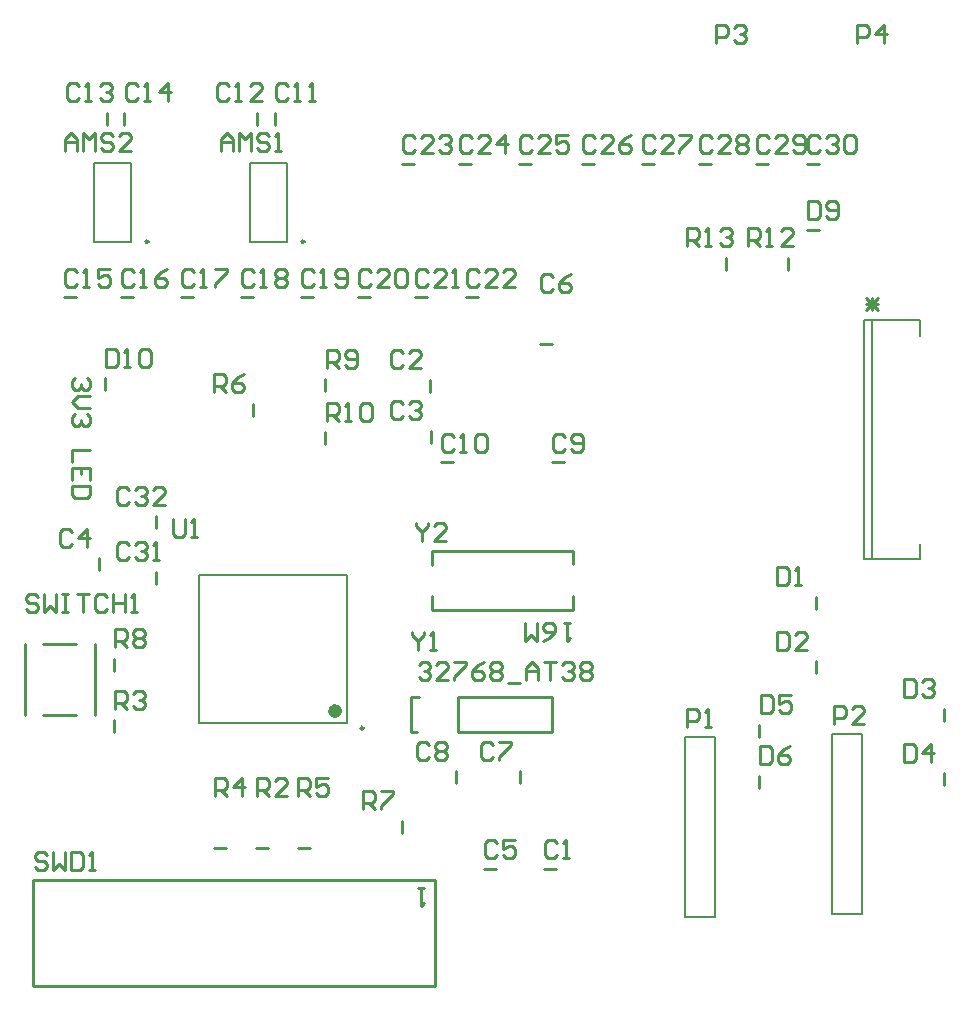
<source format=gto>
G04*
G04 #@! TF.GenerationSoftware,Altium Limited,Altium Designer,21.8.1 (53)*
G04*
G04 Layer_Color=65535*
%FSLAX25Y25*%
%MOIN*%
G70*
G04*
G04 #@! TF.SameCoordinates,6B1BD33C-14DF-4FC0-A095-B567C4E17EB1*
G04*
G04*
G04 #@! TF.FilePolarity,Positive*
G04*
G01*
G75*
%ADD10C,0.00984*%
%ADD11C,0.02362*%
%ADD12C,0.01000*%
%ADD13C,0.00787*%
D10*
X267216Y262846D02*
G03*
X267216Y262846I-492J0D01*
G01*
X247508Y425008D02*
G03*
X247508Y425008I-492J0D01*
G01*
X195508D02*
G03*
X195508Y425008I-492J0D01*
G01*
D11*
X258850Y268555D02*
G03*
X258850Y268555I-1181J0D01*
G01*
D12*
X388020Y415638D02*
Y419638D01*
X408520Y415638D02*
Y419638D01*
X181000Y375500D02*
Y379500D01*
X415000Y429020D02*
X419000D01*
X399000Y260000D02*
Y264000D01*
Y243000D02*
Y247000D01*
X460520Y243778D02*
Y247778D01*
Y265333D02*
Y269333D01*
X179020Y315500D02*
Y319500D01*
X160500Y267189D02*
X171500D01*
X160500Y290811D02*
X171500D01*
X154189Y267189D02*
Y290811D01*
X177811Y267189D02*
Y290811D01*
X280000Y228000D02*
Y232000D01*
X157071Y176784D02*
X290929D01*
X157071Y212216D02*
X290929D01*
Y176784D02*
Y212216D01*
X157071Y176784D02*
Y212216D01*
X254356Y357500D02*
Y361500D01*
Y375250D02*
Y379250D01*
X245263Y223000D02*
X249263D01*
X217500D02*
X221500D01*
X231381D02*
X235381D01*
X184000Y261500D02*
Y265500D01*
X293000Y351520D02*
X297000D01*
X327500Y216020D02*
X331500D01*
X298020Y244500D02*
Y248500D01*
X319500Y244500D02*
Y248500D01*
X330000Y351520D02*
X334000D01*
X307500Y216020D02*
X311500D01*
X298504Y261595D02*
Y273406D01*
Y261595D02*
X330000D01*
X298504Y273406D02*
X330000D01*
Y261595D02*
Y273406D01*
X283004Y261595D02*
Y273406D01*
Y261595D02*
X285004D01*
X283004Y273406D02*
X285504D01*
X326000Y391000D02*
X330000D01*
X337122Y317622D02*
Y321843D01*
Y302157D02*
Y306878D01*
X289878Y317122D02*
Y321843D01*
Y302157D02*
Y306878D01*
Y321843D02*
X337122D01*
X289878Y302157D02*
X337122D01*
X230500Y367000D02*
Y371000D01*
X289500Y375000D02*
Y379000D01*
X198000Y329500D02*
Y333500D01*
Y311000D02*
Y315000D01*
X289520Y358000D02*
Y362000D01*
X183980Y282000D02*
Y286000D01*
X231605Y464000D02*
Y468000D01*
X237504Y464000D02*
Y468000D01*
X301500Y406500D02*
X305500D01*
X284500D02*
X288500D01*
X265500D02*
X269500D01*
X246500D02*
X250500D01*
X226500D02*
X230500D01*
X206500D02*
X210500D01*
X186500D02*
X190500D01*
X167500D02*
X171500D01*
X187418Y464000D02*
Y468000D01*
X181520Y464000D02*
Y468000D01*
X415000Y451000D02*
X419000D01*
X398000D02*
X402000D01*
X379000D02*
X383000D01*
X360000D02*
X364000D01*
X340000D02*
X344000D01*
X319000D02*
X323000D01*
X299000D02*
X303000D01*
X280000D02*
X284000D01*
X418020Y281167D02*
Y285167D01*
Y302722D02*
Y306722D01*
X431800Y491200D02*
Y497198D01*
X434799D01*
X435799Y496198D01*
Y494199D01*
X434799Y493199D01*
X431800D01*
X440797Y491200D02*
Y497198D01*
X437798Y494199D01*
X441797D01*
X384800Y491200D02*
Y497198D01*
X387799D01*
X388799Y496198D01*
Y494199D01*
X387799Y493199D01*
X384800D01*
X390798Y496198D02*
X391798Y497198D01*
X393797D01*
X394797Y496198D01*
Y495199D01*
X393797Y494199D01*
X392797D01*
X393797D01*
X394797Y493199D01*
Y492200D01*
X393797Y491200D01*
X391798D01*
X390798Y492200D01*
X374900Y423438D02*
Y429436D01*
X377899D01*
X378899Y428436D01*
Y426437D01*
X377899Y425437D01*
X374900D01*
X376899D02*
X378899Y423438D01*
X380898D02*
X382897D01*
X381898D01*
Y429436D01*
X380898Y428436D01*
X385896D02*
X386896Y429436D01*
X388896D01*
X389895Y428436D01*
Y427436D01*
X388896Y426437D01*
X387896D01*
X388896D01*
X389895Y425437D01*
Y424438D01*
X388896Y423438D01*
X386896D01*
X385896Y424438D01*
X395400Y423438D02*
Y429436D01*
X398399D01*
X399399Y428436D01*
Y426437D01*
X398399Y425437D01*
X395400D01*
X397399D02*
X399399Y423438D01*
X401398D02*
X403397D01*
X402398D01*
Y429436D01*
X401398Y428436D01*
X410395Y423438D02*
X406396D01*
X410395Y427436D01*
Y428436D01*
X409396Y429436D01*
X407396D01*
X406396Y428436D01*
X174998Y379500D02*
X175998Y378500D01*
Y376501D01*
X174998Y375501D01*
X173999D01*
X172999Y376501D01*
Y377501D01*
Y376501D01*
X171999Y375501D01*
X171000D01*
X170000Y376501D01*
Y378500D01*
X171000Y379500D01*
X175998Y373502D02*
X171999D01*
X170000Y371503D01*
X171999Y369503D01*
X175998D01*
X174998Y367504D02*
X175998Y366504D01*
Y364505D01*
X174998Y363505D01*
X173999D01*
X172999Y364505D01*
Y365505D01*
Y364505D01*
X171999Y363505D01*
X171000D01*
X170000Y364505D01*
Y366504D01*
X171000Y367504D01*
X175998Y355508D02*
X170000D01*
Y351509D01*
X175998Y345511D02*
Y349510D01*
X170000D01*
Y345511D01*
X172999Y349510D02*
Y347510D01*
X175998Y343512D02*
X170000D01*
Y340513D01*
X171000Y339513D01*
X174998D01*
X175998Y340513D01*
Y343512D01*
X181500Y389298D02*
Y383300D01*
X184499D01*
X185499Y384300D01*
Y388298D01*
X184499Y389298D01*
X181500D01*
X187498Y383300D02*
X189497D01*
X188498D01*
Y389298D01*
X187498Y388298D01*
X192496D02*
X193496Y389298D01*
X195495D01*
X196495Y388298D01*
Y384300D01*
X195495Y383300D01*
X193496D01*
X192496Y384300D01*
Y388298D01*
X415200Y438498D02*
Y432500D01*
X418199D01*
X419199Y433500D01*
Y437498D01*
X418199Y438498D01*
X415200D01*
X421198Y433500D02*
X422198Y432500D01*
X424197D01*
X425197Y433500D01*
Y437498D01*
X424197Y438498D01*
X422198D01*
X421198Y437498D01*
Y436499D01*
X422198Y435499D01*
X425197D01*
X203600Y332598D02*
Y327600D01*
X204600Y326600D01*
X206599D01*
X207599Y327600D01*
Y332598D01*
X209598Y326600D02*
X211597D01*
X210598D01*
Y332598D01*
X209598Y331598D01*
X434700Y406198D02*
X438699Y402200D01*
X434700D02*
X438699Y406198D01*
X434700Y404199D02*
X438699D01*
X436699Y402200D02*
Y406198D01*
X399520Y273798D02*
Y267800D01*
X402519D01*
X403518Y268800D01*
Y272798D01*
X402519Y273798D01*
X399520D01*
X409516D02*
X405518D01*
Y270799D01*
X407517Y271799D01*
X408517D01*
X409516Y270799D01*
Y268800D01*
X408517Y267800D01*
X406517D01*
X405518Y268800D01*
X399500Y256798D02*
Y250800D01*
X402499D01*
X403499Y251800D01*
Y255798D01*
X402499Y256798D01*
X399500D01*
X409497D02*
X407497Y255798D01*
X405498Y253799D01*
Y251800D01*
X406498Y250800D01*
X408497D01*
X409497Y251800D01*
Y252799D01*
X408497Y253799D01*
X405498D01*
X447400Y257498D02*
Y251500D01*
X450399D01*
X451399Y252500D01*
Y256498D01*
X450399Y257498D01*
X447400D01*
X456397Y251500D02*
Y257498D01*
X453398Y254499D01*
X457397D01*
X447400Y279098D02*
Y273100D01*
X450399D01*
X451399Y274100D01*
Y278098D01*
X450399Y279098D01*
X447400D01*
X453398Y278098D02*
X454398Y279098D01*
X456397D01*
X457397Y278098D01*
Y277099D01*
X456397Y276099D01*
X455397D01*
X456397D01*
X457397Y275099D01*
Y274100D01*
X456397Y273100D01*
X454398D01*
X453398Y274100D01*
X169899Y328298D02*
X168899Y329298D01*
X166900D01*
X165900Y328298D01*
Y324300D01*
X166900Y323300D01*
X168899D01*
X169899Y324300D01*
X174897Y323300D02*
Y329298D01*
X171898Y326299D01*
X175897D01*
X158699Y306498D02*
X157699Y307498D01*
X155700D01*
X154700Y306498D01*
Y305499D01*
X155700Y304499D01*
X157699D01*
X158699Y303499D01*
Y302500D01*
X157699Y301500D01*
X155700D01*
X154700Y302500D01*
X160698Y307498D02*
Y301500D01*
X162697Y303499D01*
X164697Y301500D01*
Y307498D01*
X166696D02*
X168695D01*
X167696D01*
Y301500D01*
X166696D01*
X168695D01*
X171695Y307498D02*
X175693D01*
X173694D01*
Y301500D01*
X181691Y306498D02*
X180692Y307498D01*
X178692D01*
X177693Y306498D01*
Y302500D01*
X178692Y301500D01*
X180692D01*
X181691Y302500D01*
X183691Y307498D02*
Y301500D01*
Y304499D01*
X187689D01*
Y307498D01*
Y301500D01*
X189689D02*
X191688D01*
X190688D01*
Y307498D01*
X189689Y306498D01*
X266900Y235800D02*
Y241798D01*
X269899D01*
X270899Y240798D01*
Y238799D01*
X269899Y237799D01*
X266900D01*
X268899D02*
X270899Y235800D01*
X272898Y241798D02*
X276897D01*
Y240798D01*
X272898Y236800D01*
Y235800D01*
X161599Y220698D02*
X160599Y221698D01*
X158600D01*
X157600Y220698D01*
Y219699D01*
X158600Y218699D01*
X160599D01*
X161599Y217699D01*
Y216700D01*
X160599Y215700D01*
X158600D01*
X157600Y216700D01*
X163598Y221698D02*
Y215700D01*
X165597Y217699D01*
X167597Y215700D01*
Y221698D01*
X169596D02*
Y215700D01*
X172595D01*
X173595Y216700D01*
Y220698D01*
X172595Y221698D01*
X169596D01*
X175594Y215700D02*
X177594D01*
X176594D01*
Y221698D01*
X175594Y220698D01*
X287500Y209500D02*
X285501D01*
X286500D01*
Y203502D01*
X287500Y204502D01*
X245500Y240100D02*
Y246098D01*
X248499D01*
X249499Y245098D01*
Y243099D01*
X248499Y242099D01*
X245500D01*
X247499D02*
X249499Y240100D01*
X255497Y246098D02*
X251498D01*
Y243099D01*
X253497Y244099D01*
X254497D01*
X255497Y243099D01*
Y241100D01*
X254497Y240100D01*
X252498D01*
X251498Y241100D01*
X217700Y240100D02*
Y246098D01*
X220699D01*
X221699Y245098D01*
Y243099D01*
X220699Y242099D01*
X217700D01*
X219699D02*
X221699Y240100D01*
X226697D02*
Y246098D01*
X223698Y243099D01*
X227697D01*
X231600Y240100D02*
Y246098D01*
X234599D01*
X235599Y245098D01*
Y243099D01*
X234599Y242099D01*
X231600D01*
X233599D02*
X235599Y240100D01*
X241597D02*
X237598D01*
X241597Y244099D01*
Y245098D01*
X240597Y246098D01*
X238598D01*
X237598Y245098D01*
X184500Y269300D02*
Y275298D01*
X187499D01*
X188499Y274298D01*
Y272299D01*
X187499Y271299D01*
X184500D01*
X186499D02*
X188499Y269300D01*
X190498Y274298D02*
X191498Y275298D01*
X193497D01*
X194497Y274298D01*
Y273299D01*
X193497Y272299D01*
X192497D01*
X193497D01*
X194497Y271299D01*
Y270300D01*
X193497Y269300D01*
X191498D01*
X190498Y270300D01*
X297199Y359998D02*
X296199Y360998D01*
X294200D01*
X293200Y359998D01*
Y356000D01*
X294200Y355000D01*
X296199D01*
X297199Y356000D01*
X299198Y355000D02*
X301197D01*
X300198D01*
Y360998D01*
X299198Y359998D01*
X304196D02*
X305196Y360998D01*
X307195D01*
X308195Y359998D01*
Y356000D01*
X307195Y355000D01*
X305196D01*
X304196Y356000D01*
Y359998D01*
X334199D02*
X333199Y360998D01*
X331200D01*
X330200Y359998D01*
Y356000D01*
X331200Y355000D01*
X333199D01*
X334199Y356000D01*
X336198D02*
X337198Y355000D01*
X339197D01*
X340197Y356000D01*
Y359998D01*
X339197Y360998D01*
X337198D01*
X336198Y359998D01*
Y358999D01*
X337198Y357999D01*
X340197D01*
X331699Y224498D02*
X330699Y225498D01*
X328700D01*
X327700Y224498D01*
Y220500D01*
X328700Y219500D01*
X330699D01*
X331699Y220500D01*
X333698Y219500D02*
X335697D01*
X334698D01*
Y225498D01*
X333698Y224498D01*
X288899Y257298D02*
X287899Y258298D01*
X285900D01*
X284900Y257298D01*
Y253300D01*
X285900Y252300D01*
X287899D01*
X288899Y253300D01*
X290898Y257298D02*
X291898Y258298D01*
X293897D01*
X294897Y257298D01*
Y256299D01*
X293897Y255299D01*
X294897Y254299D01*
Y253300D01*
X293897Y252300D01*
X291898D01*
X290898Y253300D01*
Y254299D01*
X291898Y255299D01*
X290898Y256299D01*
Y257298D01*
X291898Y255299D02*
X293897D01*
X310399Y257298D02*
X309399Y258298D01*
X307400D01*
X306400Y257298D01*
Y253300D01*
X307400Y252300D01*
X309399D01*
X310399Y253300D01*
X312398Y258298D02*
X316397D01*
Y257298D01*
X312398Y253300D01*
Y252300D01*
X311699Y224498D02*
X310699Y225498D01*
X308700D01*
X307700Y224498D01*
Y220500D01*
X308700Y219500D01*
X310699D01*
X311699Y220500D01*
X317697Y225498D02*
X313698D01*
Y222499D01*
X315697Y223499D01*
X316697D01*
X317697Y222499D01*
Y220500D01*
X316697Y219500D01*
X314698D01*
X313698Y220500D01*
X283500Y294998D02*
Y293998D01*
X285499Y291999D01*
X287499Y293998D01*
Y294998D01*
X285499Y291999D02*
Y289000D01*
X289498D02*
X291497D01*
X290498D01*
Y294998D01*
X289498Y293998D01*
X285504Y283998D02*
X286504Y284998D01*
X288503D01*
X289503Y283998D01*
Y282998D01*
X288503Y281999D01*
X287503D01*
X288503D01*
X289503Y280999D01*
Y279999D01*
X288503Y279000D01*
X286504D01*
X285504Y279999D01*
X295501Y279000D02*
X291502D01*
X295501Y282998D01*
Y283998D01*
X294501Y284998D01*
X292502D01*
X291502Y283998D01*
X297500Y284998D02*
X301499D01*
Y283998D01*
X297500Y279999D01*
Y279000D01*
X307497Y284998D02*
X305498Y283998D01*
X303498Y281999D01*
Y279999D01*
X304498Y279000D01*
X306497D01*
X307497Y279999D01*
Y280999D01*
X306497Y281999D01*
X303498D01*
X309496Y283998D02*
X310496Y284998D01*
X312495D01*
X313495Y283998D01*
Y282998D01*
X312495Y281999D01*
X313495Y280999D01*
Y279999D01*
X312495Y279000D01*
X310496D01*
X309496Y279999D01*
Y280999D01*
X310496Y281999D01*
X309496Y282998D01*
Y283998D01*
X310496Y281999D02*
X312495D01*
X315494Y278000D02*
X319493D01*
X321492Y279000D02*
Y282998D01*
X323492Y284998D01*
X325491Y282998D01*
Y279000D01*
Y281999D01*
X321492D01*
X327490Y284998D02*
X331489D01*
X329490D01*
Y279000D01*
X333488Y283998D02*
X334488Y284998D01*
X336487D01*
X337487Y283998D01*
Y282998D01*
X336487Y281999D01*
X335488D01*
X336487D01*
X337487Y280999D01*
Y279999D01*
X336487Y279000D01*
X334488D01*
X333488Y279999D01*
X339487Y283998D02*
X340486Y284998D01*
X342485D01*
X343485Y283998D01*
Y282998D01*
X342485Y281999D01*
X343485Y280999D01*
Y279999D01*
X342485Y279000D01*
X340486D01*
X339487Y279999D01*
Y280999D01*
X340486Y281999D01*
X339487Y282998D01*
Y283998D01*
X340486Y281999D02*
X342485D01*
X330199Y413098D02*
X329199Y414098D01*
X327200D01*
X326200Y413098D01*
Y409100D01*
X327200Y408100D01*
X329199D01*
X330199Y409100D01*
X336197Y414098D02*
X334197Y413098D01*
X332198Y411099D01*
Y409100D01*
X333198Y408100D01*
X335197D01*
X336197Y409100D01*
Y410099D01*
X335197Y411099D01*
X332198D01*
X284600Y331298D02*
Y330298D01*
X286599Y328299D01*
X288599Y330298D01*
Y331298D01*
X286599Y328299D02*
Y325300D01*
X294597D02*
X290598D01*
X294597Y329299D01*
Y330298D01*
X293597Y331298D01*
X291598D01*
X290598Y330298D01*
X336000Y298000D02*
X334001D01*
X335000D01*
Y292002D01*
X336000Y293002D01*
X327003Y292002D02*
X329002Y293002D01*
X331002Y295001D01*
Y297000D01*
X330002Y298000D01*
X328003D01*
X327003Y297000D01*
Y296001D01*
X328003Y295001D01*
X331002D01*
X325004Y298000D02*
Y292002D01*
X323004Y294001D01*
X321005Y292002D01*
Y298000D01*
X217400Y374800D02*
Y380798D01*
X220399D01*
X221399Y379798D01*
Y377799D01*
X220399Y376799D01*
X217400D01*
X219399D02*
X221399Y374800D01*
X227397Y380798D02*
X225397Y379798D01*
X223398Y377799D01*
Y375800D01*
X224398Y374800D01*
X226397D01*
X227397Y375800D01*
Y376799D01*
X226397Y377799D01*
X223398D01*
X280399Y387798D02*
X279399Y388798D01*
X277400D01*
X276400Y387798D01*
Y383800D01*
X277400Y382800D01*
X279399D01*
X280399Y383800D01*
X286397Y382800D02*
X282398D01*
X286397Y386799D01*
Y387798D01*
X285397Y388798D01*
X283398D01*
X282398Y387798D01*
X188899Y342298D02*
X187899Y343298D01*
X185900D01*
X184900Y342298D01*
Y338300D01*
X185900Y337300D01*
X187899D01*
X188899Y338300D01*
X190898Y342298D02*
X191898Y343298D01*
X193897D01*
X194897Y342298D01*
Y341299D01*
X193897Y340299D01*
X192897D01*
X193897D01*
X194897Y339299D01*
Y338300D01*
X193897Y337300D01*
X191898D01*
X190898Y338300D01*
X200895Y337300D02*
X196896D01*
X200895Y341299D01*
Y342298D01*
X199895Y343298D01*
X197896D01*
X196896Y342298D01*
X188899Y323798D02*
X187899Y324798D01*
X185900D01*
X184900Y323798D01*
Y319800D01*
X185900Y318800D01*
X187899D01*
X188899Y319800D01*
X190898Y323798D02*
X191898Y324798D01*
X193897D01*
X194897Y323798D01*
Y322799D01*
X193897Y321799D01*
X192897D01*
X193897D01*
X194897Y320799D01*
Y319800D01*
X193897Y318800D01*
X191898D01*
X190898Y319800D01*
X196896Y318800D02*
X198896D01*
X197896D01*
Y324798D01*
X196896Y323798D01*
X280399Y370798D02*
X279399Y371798D01*
X277400D01*
X276400Y370798D01*
Y366800D01*
X277400Y365800D01*
X279399D01*
X280399Y366800D01*
X282398Y370798D02*
X283398Y371798D01*
X285397D01*
X286397Y370798D01*
Y369799D01*
X285397Y368799D01*
X284397D01*
X285397D01*
X286397Y367799D01*
Y366800D01*
X285397Y365800D01*
X283398D01*
X282398Y366800D01*
X184500Y289800D02*
Y295798D01*
X187499D01*
X188499Y294798D01*
Y292799D01*
X187499Y291799D01*
X184500D01*
X186499D02*
X188499Y289800D01*
X190498Y294798D02*
X191498Y295798D01*
X193497D01*
X194497Y294798D01*
Y293799D01*
X193497Y292799D01*
X194497Y291799D01*
Y290800D01*
X193497Y289800D01*
X191498D01*
X190498Y290800D01*
Y291799D01*
X191498Y292799D01*
X190498Y293799D01*
Y294798D01*
X191498Y292799D02*
X193497D01*
X254900Y365300D02*
Y371298D01*
X257899D01*
X258899Y370298D01*
Y368299D01*
X257899Y367299D01*
X254900D01*
X256899D02*
X258899Y365300D01*
X260898D02*
X262897D01*
X261898D01*
Y371298D01*
X260898Y370298D01*
X265896D02*
X266896Y371298D01*
X268896D01*
X269895Y370298D01*
Y366300D01*
X268896Y365300D01*
X266896D01*
X265896Y366300D01*
Y370298D01*
X254900Y383000D02*
Y388998D01*
X257899D01*
X258899Y387998D01*
Y385999D01*
X257899Y384999D01*
X254900D01*
X256899D02*
X258899Y383000D01*
X260898Y384000D02*
X261898Y383000D01*
X263897D01*
X264897Y384000D01*
Y387998D01*
X263897Y388998D01*
X261898D01*
X260898Y387998D01*
Y386999D01*
X261898Y385999D01*
X264897D01*
X219700Y455300D02*
Y459299D01*
X221699Y461298D01*
X223699Y459299D01*
Y455300D01*
Y458299D01*
X219700D01*
X225698Y455300D02*
Y461298D01*
X227697Y459299D01*
X229697Y461298D01*
Y455300D01*
X235695Y460298D02*
X234695Y461298D01*
X232696D01*
X231696Y460298D01*
Y459299D01*
X232696Y458299D01*
X234695D01*
X235695Y457299D01*
Y456300D01*
X234695Y455300D01*
X232696D01*
X231696Y456300D01*
X237694Y455300D02*
X239693D01*
X238694D01*
Y461298D01*
X237694Y460298D01*
X222499Y476798D02*
X221499Y477798D01*
X219500D01*
X218500Y476798D01*
Y472800D01*
X219500Y471800D01*
X221499D01*
X222499Y472800D01*
X224498Y471800D02*
X226497D01*
X225498D01*
Y477798D01*
X224498Y476798D01*
X233495Y471800D02*
X229496D01*
X233495Y475799D01*
Y476798D01*
X232495Y477798D01*
X230496D01*
X229496Y476798D01*
X241999D02*
X240999Y477798D01*
X239000D01*
X238000Y476798D01*
Y472800D01*
X239000Y471800D01*
X240999D01*
X241999Y472800D01*
X243998Y471800D02*
X245997D01*
X244998D01*
Y477798D01*
X243998Y476798D01*
X248996Y471800D02*
X250996D01*
X249996D01*
Y477798D01*
X248996Y476798D01*
X167700Y455300D02*
Y459299D01*
X169699Y461298D01*
X171699Y459299D01*
Y455300D01*
Y458299D01*
X167700D01*
X173698Y455300D02*
Y461298D01*
X175697Y459299D01*
X177697Y461298D01*
Y455300D01*
X183695Y460298D02*
X182695Y461298D01*
X180696D01*
X179696Y460298D01*
Y459299D01*
X180696Y458299D01*
X182695D01*
X183695Y457299D01*
Y456300D01*
X182695Y455300D01*
X180696D01*
X179696Y456300D01*
X189693Y455300D02*
X185694D01*
X189693Y459299D01*
Y460298D01*
X188693Y461298D01*
X186694D01*
X185694Y460298D01*
X305699Y414998D02*
X304699Y415998D01*
X302700D01*
X301700Y414998D01*
Y411000D01*
X302700Y410000D01*
X304699D01*
X305699Y411000D01*
X311697Y410000D02*
X307698D01*
X311697Y413999D01*
Y414998D01*
X310697Y415998D01*
X308698D01*
X307698Y414998D01*
X317695Y410000D02*
X313696D01*
X317695Y413999D01*
Y414998D01*
X316695Y415998D01*
X314696D01*
X313696Y414998D01*
X288699D02*
X287699Y415998D01*
X285700D01*
X284700Y414998D01*
Y411000D01*
X285700Y410000D01*
X287699D01*
X288699Y411000D01*
X294697Y410000D02*
X290698D01*
X294697Y413999D01*
Y414998D01*
X293697Y415998D01*
X291698D01*
X290698Y414998D01*
X296696Y410000D02*
X298695D01*
X297696D01*
Y415998D01*
X296696Y414998D01*
X269699D02*
X268699Y415998D01*
X266700D01*
X265700Y414998D01*
Y411000D01*
X266700Y410000D01*
X268699D01*
X269699Y411000D01*
X275697Y410000D02*
X271698D01*
X275697Y413999D01*
Y414998D01*
X274697Y415998D01*
X272698D01*
X271698Y414998D01*
X277696D02*
X278696Y415998D01*
X280695D01*
X281695Y414998D01*
Y411000D01*
X280695Y410000D01*
X278696D01*
X277696Y411000D01*
Y414998D01*
X250699D02*
X249699Y415998D01*
X247700D01*
X246700Y414998D01*
Y411000D01*
X247700Y410000D01*
X249699D01*
X250699Y411000D01*
X252698Y410000D02*
X254697D01*
X253698D01*
Y415998D01*
X252698Y414998D01*
X257696Y411000D02*
X258696Y410000D01*
X260696D01*
X261695Y411000D01*
Y414998D01*
X260696Y415998D01*
X258696D01*
X257696Y414998D01*
Y413999D01*
X258696Y412999D01*
X261695D01*
X230699Y414998D02*
X229699Y415998D01*
X227700D01*
X226700Y414998D01*
Y411000D01*
X227700Y410000D01*
X229699D01*
X230699Y411000D01*
X232698Y410000D02*
X234697D01*
X233698D01*
Y415998D01*
X232698Y414998D01*
X237696D02*
X238696Y415998D01*
X240696D01*
X241695Y414998D01*
Y413999D01*
X240696Y412999D01*
X241695Y411999D01*
Y411000D01*
X240696Y410000D01*
X238696D01*
X237696Y411000D01*
Y411999D01*
X238696Y412999D01*
X237696Y413999D01*
Y414998D01*
X238696Y412999D02*
X240696D01*
X210699Y414998D02*
X209699Y415998D01*
X207700D01*
X206700Y414998D01*
Y411000D01*
X207700Y410000D01*
X209699D01*
X210699Y411000D01*
X212698Y410000D02*
X214697D01*
X213698D01*
Y415998D01*
X212698Y414998D01*
X217696Y415998D02*
X221695D01*
Y414998D01*
X217696Y411000D01*
Y410000D01*
X190699Y414998D02*
X189699Y415998D01*
X187700D01*
X186700Y414998D01*
Y411000D01*
X187700Y410000D01*
X189699D01*
X190699Y411000D01*
X192698Y410000D02*
X194697D01*
X193698D01*
Y415998D01*
X192698Y414998D01*
X201695Y415998D02*
X199696Y414998D01*
X197696Y412999D01*
Y411000D01*
X198696Y410000D01*
X200695D01*
X201695Y411000D01*
Y411999D01*
X200695Y412999D01*
X197696D01*
X171699Y414998D02*
X170699Y415998D01*
X168700D01*
X167700Y414998D01*
Y411000D01*
X168700Y410000D01*
X170699D01*
X171699Y411000D01*
X173698Y410000D02*
X175697D01*
X174698D01*
Y415998D01*
X173698Y414998D01*
X182695Y415998D02*
X178696D01*
Y412999D01*
X180696Y413999D01*
X181695D01*
X182695Y412999D01*
Y411000D01*
X181695Y410000D01*
X179696D01*
X178696Y411000D01*
X191899Y476798D02*
X190899Y477798D01*
X188900D01*
X187900Y476798D01*
Y472800D01*
X188900Y471800D01*
X190899D01*
X191899Y472800D01*
X193898Y471800D02*
X195897D01*
X194898D01*
Y477798D01*
X193898Y476798D01*
X201895Y471800D02*
Y477798D01*
X198896Y474799D01*
X202895D01*
X172399Y476798D02*
X171399Y477798D01*
X169400D01*
X168400Y476798D01*
Y472800D01*
X169400Y471800D01*
X171399D01*
X172399Y472800D01*
X174398Y471800D02*
X176397D01*
X175398D01*
Y477798D01*
X174398Y476798D01*
X179396D02*
X180396Y477798D01*
X182396D01*
X183395Y476798D01*
Y475799D01*
X182396Y474799D01*
X181396D01*
X182396D01*
X183395Y473799D01*
Y472800D01*
X182396Y471800D01*
X180396D01*
X179396Y472800D01*
X419199Y459498D02*
X418199Y460498D01*
X416200D01*
X415200Y459498D01*
Y455500D01*
X416200Y454500D01*
X418199D01*
X419199Y455500D01*
X421198Y459498D02*
X422198Y460498D01*
X424197D01*
X425197Y459498D01*
Y458499D01*
X424197Y457499D01*
X423197D01*
X424197D01*
X425197Y456499D01*
Y455500D01*
X424197Y454500D01*
X422198D01*
X421198Y455500D01*
X427196Y459498D02*
X428196Y460498D01*
X430195D01*
X431195Y459498D01*
Y455500D01*
X430195Y454500D01*
X428196D01*
X427196Y455500D01*
Y459498D01*
X402199D02*
X401199Y460498D01*
X399200D01*
X398200Y459498D01*
Y455500D01*
X399200Y454500D01*
X401199D01*
X402199Y455500D01*
X408197Y454500D02*
X404198D01*
X408197Y458499D01*
Y459498D01*
X407197Y460498D01*
X405198D01*
X404198Y459498D01*
X410196Y455500D02*
X411196Y454500D01*
X413195D01*
X414195Y455500D01*
Y459498D01*
X413195Y460498D01*
X411196D01*
X410196Y459498D01*
Y458499D01*
X411196Y457499D01*
X414195D01*
X383199Y459498D02*
X382199Y460498D01*
X380200D01*
X379200Y459498D01*
Y455500D01*
X380200Y454500D01*
X382199D01*
X383199Y455500D01*
X389197Y454500D02*
X385198D01*
X389197Y458499D01*
Y459498D01*
X388197Y460498D01*
X386198D01*
X385198Y459498D01*
X391196D02*
X392196Y460498D01*
X394195D01*
X395195Y459498D01*
Y458499D01*
X394195Y457499D01*
X395195Y456499D01*
Y455500D01*
X394195Y454500D01*
X392196D01*
X391196Y455500D01*
Y456499D01*
X392196Y457499D01*
X391196Y458499D01*
Y459498D01*
X392196Y457499D02*
X394195D01*
X364199Y459498D02*
X363199Y460498D01*
X361200D01*
X360200Y459498D01*
Y455500D01*
X361200Y454500D01*
X363199D01*
X364199Y455500D01*
X370197Y454500D02*
X366198D01*
X370197Y458499D01*
Y459498D01*
X369197Y460498D01*
X367198D01*
X366198Y459498D01*
X372196Y460498D02*
X376195D01*
Y459498D01*
X372196Y455500D01*
Y454500D01*
X344199Y459498D02*
X343199Y460498D01*
X341200D01*
X340200Y459498D01*
Y455500D01*
X341200Y454500D01*
X343199D01*
X344199Y455500D01*
X350197Y454500D02*
X346198D01*
X350197Y458499D01*
Y459498D01*
X349197Y460498D01*
X347198D01*
X346198Y459498D01*
X356195Y460498D02*
X354195Y459498D01*
X352196Y457499D01*
Y455500D01*
X353196Y454500D01*
X355195D01*
X356195Y455500D01*
Y456499D01*
X355195Y457499D01*
X352196D01*
X323199Y459498D02*
X322199Y460498D01*
X320200D01*
X319200Y459498D01*
Y455500D01*
X320200Y454500D01*
X322199D01*
X323199Y455500D01*
X329197Y454500D02*
X325198D01*
X329197Y458499D01*
Y459498D01*
X328197Y460498D01*
X326198D01*
X325198Y459498D01*
X335195Y460498D02*
X331196D01*
Y457499D01*
X333195Y458499D01*
X334195D01*
X335195Y457499D01*
Y455500D01*
X334195Y454500D01*
X332196D01*
X331196Y455500D01*
X303199Y459498D02*
X302199Y460498D01*
X300200D01*
X299200Y459498D01*
Y455500D01*
X300200Y454500D01*
X302199D01*
X303199Y455500D01*
X309197Y454500D02*
X305198D01*
X309197Y458499D01*
Y459498D01*
X308197Y460498D01*
X306198D01*
X305198Y459498D01*
X314195Y454500D02*
Y460498D01*
X311196Y457499D01*
X315195D01*
X284199Y459498D02*
X283199Y460498D01*
X281200D01*
X280200Y459498D01*
Y455500D01*
X281200Y454500D01*
X283199D01*
X284199Y455500D01*
X290197Y454500D02*
X286198D01*
X290197Y458499D01*
Y459498D01*
X289197Y460498D01*
X287198D01*
X286198Y459498D01*
X292196D02*
X293196Y460498D01*
X295195D01*
X296195Y459498D01*
Y458499D01*
X295195Y457499D01*
X294196D01*
X295195D01*
X296195Y456499D01*
Y455500D01*
X295195Y454500D01*
X293196D01*
X292196Y455500D01*
X404900Y294898D02*
Y288900D01*
X407899D01*
X408899Y289900D01*
Y293898D01*
X407899Y294898D01*
X404900D01*
X414897Y288900D02*
X410898D01*
X414897Y292899D01*
Y293898D01*
X413897Y294898D01*
X411898D01*
X410898Y293898D01*
X404900Y316520D02*
Y310522D01*
X407899D01*
X408899Y311522D01*
Y315521D01*
X407899Y316520D01*
X404900D01*
X410898Y310522D02*
X412897D01*
X411898D01*
Y316520D01*
X410898Y315521D01*
X424100Y264400D02*
Y270398D01*
X427099D01*
X428099Y269398D01*
Y267399D01*
X427099Y266399D01*
X424100D01*
X434097Y264400D02*
X430098D01*
X434097Y268399D01*
Y269398D01*
X433097Y270398D01*
X431098D01*
X430098Y269398D01*
X375100Y263400D02*
Y269398D01*
X378099D01*
X379099Y268398D01*
Y266399D01*
X378099Y265399D01*
X375100D01*
X381098Y263400D02*
X383097D01*
X382098D01*
Y269398D01*
X381098Y268398D01*
D13*
X261606Y264618D02*
Y313831D01*
X212394Y264618D02*
Y313831D01*
Y264618D02*
X261606D01*
X212394Y313831D02*
X261606D01*
X434071Y398764D02*
X452575D01*
X434071Y319236D02*
X452575D01*
Y324354D01*
X434071Y319236D02*
Y398764D01*
X436630Y319236D02*
Y398764D01*
X452575Y393646D02*
Y398764D01*
X229398Y451189D02*
X241602D01*
X229398Y424811D02*
X241602D01*
X229398D02*
Y451189D01*
X241602Y424811D02*
Y451189D01*
X177398D02*
X189602D01*
X177398Y424811D02*
X189602D01*
X177398D02*
Y451189D01*
X189602Y424811D02*
Y451189D01*
X423500Y201000D02*
X433500D01*
X423500Y261000D02*
X433500D01*
Y201000D02*
Y261000D01*
X423500Y201000D02*
Y261000D01*
X374500Y200000D02*
X384500D01*
X374500Y260000D02*
X384500D01*
Y200000D02*
Y260000D01*
X374500Y200000D02*
Y260000D01*
M02*

</source>
